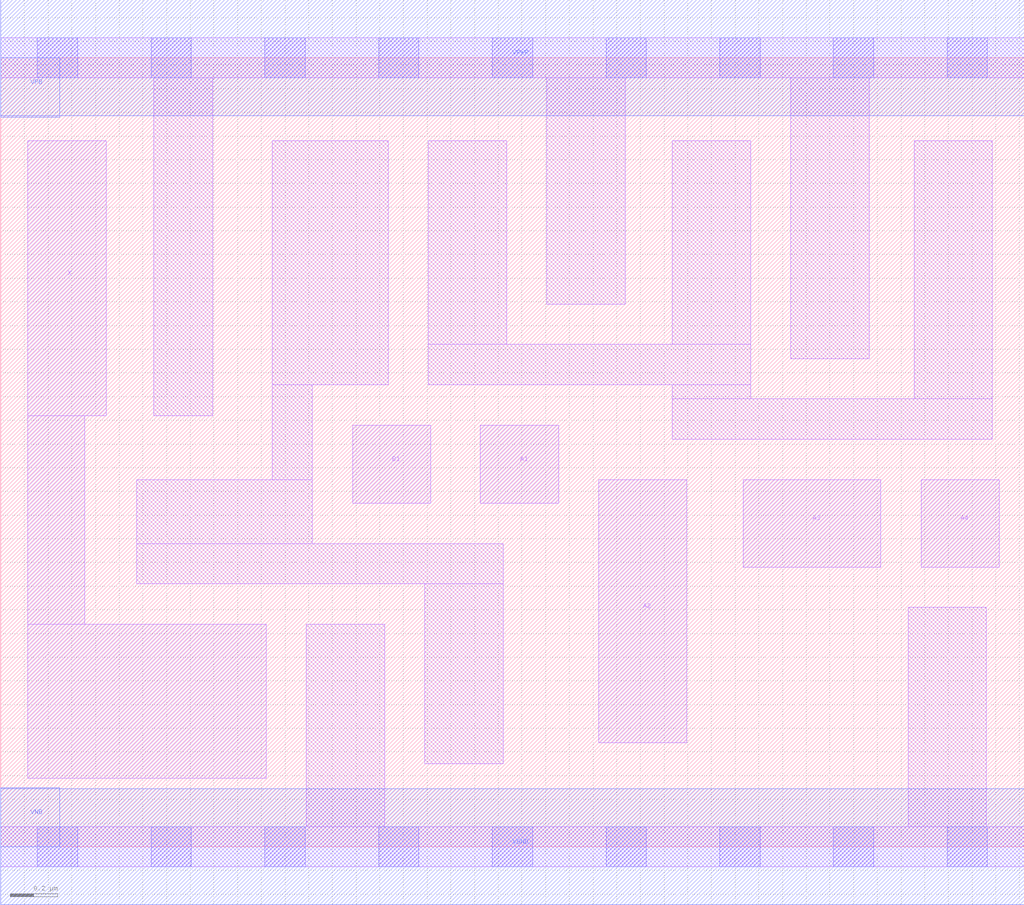
<source format=lef>
# Copyright 2020 The SkyWater PDK Authors
#
# Licensed under the Apache License, Version 2.0 (the "License");
# you may not use this file except in compliance with the License.
# You may obtain a copy of the License at
#
#     https://www.apache.org/licenses/LICENSE-2.0
#
# Unless required by applicable law or agreed to in writing, software
# distributed under the License is distributed on an "AS IS" BASIS,
# WITHOUT WARRANTIES OR CONDITIONS OF ANY KIND, either express or implied.
# See the License for the specific language governing permissions and
# limitations under the License.
#
# SPDX-License-Identifier: Apache-2.0

VERSION 5.5 ;
NAMESCASESENSITIVE ON ;
BUSBITCHARS "[]" ;
DIVIDERCHAR "/" ;
MACRO sky130_fd_sc_hs__a41o_1
  CLASS CORE ;
  SOURCE USER ;
  ORIGIN  0.000000  0.000000 ;
  SIZE  4.320000 BY  3.330000 ;
  SYMMETRY X Y ;
  SITE unit ;
  PIN A1
    ANTENNAGATEAREA  0.261000 ;
    DIRECTION INPUT ;
    USE SIGNAL ;
    PORT
      LAYER li1 ;
        RECT 2.025000 1.450000 2.355000 1.780000 ;
    END
  END A1
  PIN A2
    ANTENNAGATEAREA  0.261000 ;
    DIRECTION INPUT ;
    USE SIGNAL ;
    PORT
      LAYER li1 ;
        RECT 2.525000 0.440000 2.895000 1.550000 ;
    END
  END A2
  PIN A3
    ANTENNAGATEAREA  0.261000 ;
    DIRECTION INPUT ;
    USE SIGNAL ;
    PORT
      LAYER li1 ;
        RECT 3.135000 1.180000 3.715000 1.550000 ;
    END
  END A3
  PIN A4
    ANTENNAGATEAREA  0.261000 ;
    DIRECTION INPUT ;
    USE SIGNAL ;
    PORT
      LAYER li1 ;
        RECT 3.885000 1.180000 4.215000 1.550000 ;
    END
  END A4
  PIN B1
    ANTENNAGATEAREA  0.261000 ;
    DIRECTION INPUT ;
    USE SIGNAL ;
    PORT
      LAYER li1 ;
        RECT 1.485000 1.450000 1.815000 1.780000 ;
    END
  END B1
  PIN X
    ANTENNADIFFAREA  1.040800 ;
    DIRECTION OUTPUT ;
    USE SIGNAL ;
    PORT
      LAYER li1 ;
        RECT 0.115000 0.290000 1.120000 0.940000 ;
        RECT 0.115000 0.940000 0.355000 1.820000 ;
        RECT 0.115000 1.820000 0.445000 2.980000 ;
    END
  END X
  PIN VGND
    DIRECTION INOUT ;
    USE GROUND ;
    PORT
      LAYER met1 ;
        RECT 0.000000 -0.245000 4.320000 0.245000 ;
    END
  END VGND
  PIN VNB
    DIRECTION INOUT ;
    USE GROUND ;
    PORT
      LAYER met1 ;
        RECT 0.000000 0.000000 0.250000 0.250000 ;
    END
  END VNB
  PIN VPB
    DIRECTION INOUT ;
    USE POWER ;
    PORT
      LAYER met1 ;
        RECT 0.000000 3.080000 0.250000 3.330000 ;
    END
  END VPB
  PIN VPWR
    DIRECTION INOUT ;
    USE POWER ;
    PORT
      LAYER met1 ;
        RECT 0.000000 3.085000 4.320000 3.575000 ;
    END
  END VPWR
  OBS
    LAYER li1 ;
      RECT 0.000000 -0.085000 4.320000 0.085000 ;
      RECT 0.000000  3.245000 4.320000 3.415000 ;
      RECT 0.575000  1.110000 2.120000 1.280000 ;
      RECT 0.575000  1.280000 1.315000 1.550000 ;
      RECT 0.645000  1.820000 0.895000 3.245000 ;
      RECT 1.145000  1.550000 1.315000 1.950000 ;
      RECT 1.145000  1.950000 1.635000 2.980000 ;
      RECT 1.290000  0.085000 1.620000 0.940000 ;
      RECT 1.790000  0.350000 2.120000 1.110000 ;
      RECT 1.805000  1.950000 3.165000 2.120000 ;
      RECT 1.805000  2.120000 2.135000 2.980000 ;
      RECT 2.305000  2.290000 2.635000 3.245000 ;
      RECT 2.835000  1.720000 4.185000 1.890000 ;
      RECT 2.835000  1.890000 3.165000 1.950000 ;
      RECT 2.835000  2.120000 3.165000 2.980000 ;
      RECT 3.335000  2.060000 3.665000 3.245000 ;
      RECT 3.830000  0.085000 4.160000 1.010000 ;
      RECT 3.855000  1.890000 4.185000 2.980000 ;
    LAYER mcon ;
      RECT 0.155000 -0.085000 0.325000 0.085000 ;
      RECT 0.155000  3.245000 0.325000 3.415000 ;
      RECT 0.635000 -0.085000 0.805000 0.085000 ;
      RECT 0.635000  3.245000 0.805000 3.415000 ;
      RECT 1.115000 -0.085000 1.285000 0.085000 ;
      RECT 1.115000  3.245000 1.285000 3.415000 ;
      RECT 1.595000 -0.085000 1.765000 0.085000 ;
      RECT 1.595000  3.245000 1.765000 3.415000 ;
      RECT 2.075000 -0.085000 2.245000 0.085000 ;
      RECT 2.075000  3.245000 2.245000 3.415000 ;
      RECT 2.555000 -0.085000 2.725000 0.085000 ;
      RECT 2.555000  3.245000 2.725000 3.415000 ;
      RECT 3.035000 -0.085000 3.205000 0.085000 ;
      RECT 3.035000  3.245000 3.205000 3.415000 ;
      RECT 3.515000 -0.085000 3.685000 0.085000 ;
      RECT 3.515000  3.245000 3.685000 3.415000 ;
      RECT 3.995000 -0.085000 4.165000 0.085000 ;
      RECT 3.995000  3.245000 4.165000 3.415000 ;
  END
END sky130_fd_sc_hs__a41o_1
END LIBRARY

</source>
